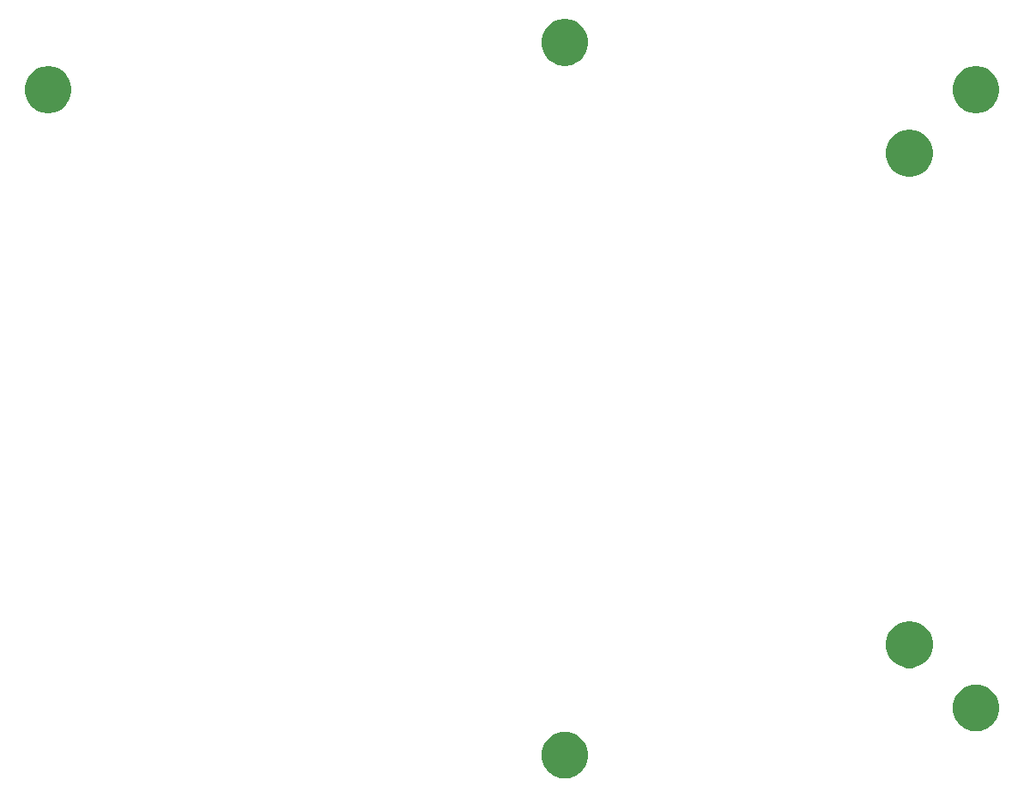
<source format=gbr>
G04 #@! TF.GenerationSoftware,KiCad,Pcbnew,(5.1.2)-2*
G04 #@! TF.CreationDate,2021-08-28T01:18:04-04:00*
G04 #@! TF.ProjectId,MAG_Plus,4d41475f-506c-4757-932e-6b696361645f,rev?*
G04 #@! TF.SameCoordinates,Original*
G04 #@! TF.FileFunction,Soldermask,Bot*
G04 #@! TF.FilePolarity,Negative*
%FSLAX46Y46*%
G04 Gerber Fmt 4.6, Leading zero omitted, Abs format (unit mm)*
G04 Created by KiCad (PCBNEW (5.1.2)-2) date 2021-08-28 01:18:04*
%MOMM*%
%LPD*%
G04 APERTURE LIST*
%ADD10C,0.100000*%
G04 APERTURE END LIST*
D10*
G36*
X513178903Y-110873213D02*
G01*
X513401177Y-110917426D01*
X513819932Y-111090880D01*
X514196802Y-111342696D01*
X514517304Y-111663198D01*
X514769120Y-112040068D01*
X514942574Y-112458823D01*
X515031000Y-112903371D01*
X515031000Y-113356629D01*
X514942574Y-113801177D01*
X514769120Y-114219932D01*
X514517304Y-114596802D01*
X514196802Y-114917304D01*
X513819932Y-115169120D01*
X513401177Y-115342574D01*
X513178903Y-115386787D01*
X512956630Y-115431000D01*
X512503370Y-115431000D01*
X512281097Y-115386787D01*
X512058823Y-115342574D01*
X511640068Y-115169120D01*
X511263198Y-114917304D01*
X510942696Y-114596802D01*
X510690880Y-114219932D01*
X510517426Y-113801177D01*
X510429000Y-113356629D01*
X510429000Y-112903371D01*
X510517426Y-112458823D01*
X510690880Y-112040068D01*
X510942696Y-111663198D01*
X511263198Y-111342696D01*
X511640068Y-111090880D01*
X512058823Y-110917426D01*
X512281097Y-110873213D01*
X512503370Y-110829000D01*
X512956630Y-110829000D01*
X513178903Y-110873213D01*
X513178903Y-110873213D01*
G37*
G36*
X553738903Y-106213213D02*
G01*
X553961177Y-106257426D01*
X554379932Y-106430880D01*
X554756802Y-106682696D01*
X555077304Y-107003198D01*
X555329120Y-107380068D01*
X555502574Y-107798823D01*
X555591000Y-108243371D01*
X555591000Y-108696629D01*
X555502574Y-109141177D01*
X555329120Y-109559932D01*
X555077304Y-109936802D01*
X554756802Y-110257304D01*
X554379932Y-110509120D01*
X553961177Y-110682574D01*
X553738903Y-110726787D01*
X553516630Y-110771000D01*
X553063370Y-110771000D01*
X552841097Y-110726787D01*
X552618823Y-110682574D01*
X552200068Y-110509120D01*
X551823198Y-110257304D01*
X551502696Y-109936802D01*
X551250880Y-109559932D01*
X551077426Y-109141177D01*
X550989000Y-108696629D01*
X550989000Y-108243371D01*
X551077426Y-107798823D01*
X551250880Y-107380068D01*
X551502696Y-107003198D01*
X551823198Y-106682696D01*
X552200068Y-106430880D01*
X552618823Y-106257426D01*
X552841097Y-106213213D01*
X553063370Y-106169000D01*
X553516630Y-106169000D01*
X553738903Y-106213213D01*
X553738903Y-106213213D01*
G37*
G36*
X547188903Y-99973213D02*
G01*
X547411177Y-100017426D01*
X547829932Y-100190880D01*
X548206802Y-100442696D01*
X548527304Y-100763198D01*
X548779120Y-101140068D01*
X548952574Y-101558823D01*
X549041000Y-102003371D01*
X549041000Y-102456629D01*
X548952574Y-102901177D01*
X548779120Y-103319932D01*
X548527304Y-103696802D01*
X548206802Y-104017304D01*
X547829932Y-104269120D01*
X547411177Y-104442574D01*
X547188903Y-104486787D01*
X546966630Y-104531000D01*
X546513370Y-104531000D01*
X546291097Y-104486787D01*
X546068823Y-104442574D01*
X545650068Y-104269120D01*
X545273198Y-104017304D01*
X544952696Y-103696802D01*
X544700880Y-103319932D01*
X544527426Y-102901177D01*
X544439000Y-102456629D01*
X544439000Y-102003371D01*
X544527426Y-101558823D01*
X544700880Y-101140068D01*
X544952696Y-100763198D01*
X545273198Y-100442696D01*
X545650068Y-100190880D01*
X546068823Y-100017426D01*
X546291097Y-99973213D01*
X546513370Y-99929000D01*
X546966630Y-99929000D01*
X547188903Y-99973213D01*
X547188903Y-99973213D01*
G37*
G36*
X547188903Y-51473213D02*
G01*
X547411177Y-51517426D01*
X547829932Y-51690880D01*
X548206802Y-51942696D01*
X548527304Y-52263198D01*
X548779120Y-52640068D01*
X548952574Y-53058823D01*
X549041000Y-53503371D01*
X549041000Y-53956629D01*
X548952574Y-54401177D01*
X548779120Y-54819932D01*
X548527304Y-55196802D01*
X548206802Y-55517304D01*
X547829932Y-55769120D01*
X547411177Y-55942574D01*
X547188903Y-55986787D01*
X546966630Y-56031000D01*
X546513370Y-56031000D01*
X546291097Y-55986787D01*
X546068823Y-55942574D01*
X545650068Y-55769120D01*
X545273198Y-55517304D01*
X544952696Y-55196802D01*
X544700880Y-54819932D01*
X544527426Y-54401177D01*
X544439000Y-53956629D01*
X544439000Y-53503371D01*
X544527426Y-53058823D01*
X544700880Y-52640068D01*
X544952696Y-52263198D01*
X545273198Y-51942696D01*
X545650068Y-51690880D01*
X546068823Y-51517426D01*
X546291097Y-51473213D01*
X546513370Y-51429000D01*
X546966630Y-51429000D01*
X547188903Y-51473213D01*
X547188903Y-51473213D01*
G37*
G36*
X553738903Y-45213213D02*
G01*
X553961177Y-45257426D01*
X554379932Y-45430880D01*
X554756802Y-45682696D01*
X555077304Y-46003198D01*
X555329120Y-46380068D01*
X555502574Y-46798823D01*
X555591000Y-47243371D01*
X555591000Y-47696629D01*
X555502574Y-48141177D01*
X555329120Y-48559932D01*
X555077304Y-48936802D01*
X554756802Y-49257304D01*
X554379932Y-49509120D01*
X553961177Y-49682574D01*
X553738903Y-49726787D01*
X553516630Y-49771000D01*
X553063370Y-49771000D01*
X552841097Y-49726787D01*
X552618823Y-49682574D01*
X552200068Y-49509120D01*
X551823198Y-49257304D01*
X551502696Y-48936802D01*
X551250880Y-48559932D01*
X551077426Y-48141177D01*
X550989000Y-47696629D01*
X550989000Y-47243371D01*
X551077426Y-46798823D01*
X551250880Y-46380068D01*
X551502696Y-46003198D01*
X551823198Y-45682696D01*
X552200068Y-45430880D01*
X552618823Y-45257426D01*
X552841097Y-45213213D01*
X553063370Y-45169000D01*
X553516630Y-45169000D01*
X553738903Y-45213213D01*
X553738903Y-45213213D01*
G37*
G36*
X462238903Y-45213213D02*
G01*
X462461177Y-45257426D01*
X462879932Y-45430880D01*
X463256802Y-45682696D01*
X463577304Y-46003198D01*
X463829120Y-46380068D01*
X464002574Y-46798823D01*
X464091000Y-47243371D01*
X464091000Y-47696629D01*
X464002574Y-48141177D01*
X463829120Y-48559932D01*
X463577304Y-48936802D01*
X463256802Y-49257304D01*
X462879932Y-49509120D01*
X462461177Y-49682574D01*
X462238903Y-49726787D01*
X462016630Y-49771000D01*
X461563370Y-49771000D01*
X461341097Y-49726787D01*
X461118823Y-49682574D01*
X460700068Y-49509120D01*
X460323198Y-49257304D01*
X460002696Y-48936802D01*
X459750880Y-48559932D01*
X459577426Y-48141177D01*
X459489000Y-47696629D01*
X459489000Y-47243371D01*
X459577426Y-46798823D01*
X459750880Y-46380068D01*
X460002696Y-46003198D01*
X460323198Y-45682696D01*
X460700068Y-45430880D01*
X461118823Y-45257426D01*
X461341097Y-45213213D01*
X461563370Y-45169000D01*
X462016630Y-45169000D01*
X462238903Y-45213213D01*
X462238903Y-45213213D01*
G37*
G36*
X513178903Y-40543213D02*
G01*
X513401177Y-40587426D01*
X513819932Y-40760880D01*
X514196802Y-41012696D01*
X514517304Y-41333198D01*
X514769120Y-41710068D01*
X514942574Y-42128823D01*
X515031000Y-42573371D01*
X515031000Y-43026629D01*
X514942574Y-43471177D01*
X514769120Y-43889932D01*
X514517304Y-44266802D01*
X514196802Y-44587304D01*
X513819932Y-44839120D01*
X513401177Y-45012574D01*
X513178903Y-45056787D01*
X512956630Y-45101000D01*
X512503370Y-45101000D01*
X512281097Y-45056787D01*
X512058823Y-45012574D01*
X511640068Y-44839120D01*
X511263198Y-44587304D01*
X510942696Y-44266802D01*
X510690880Y-43889932D01*
X510517426Y-43471177D01*
X510429000Y-43026629D01*
X510429000Y-42573371D01*
X510517426Y-42128823D01*
X510690880Y-41710068D01*
X510942696Y-41333198D01*
X511263198Y-41012696D01*
X511640068Y-40760880D01*
X512058823Y-40587426D01*
X512281097Y-40543213D01*
X512503370Y-40499000D01*
X512956630Y-40499000D01*
X513178903Y-40543213D01*
X513178903Y-40543213D01*
G37*
M02*

</source>
